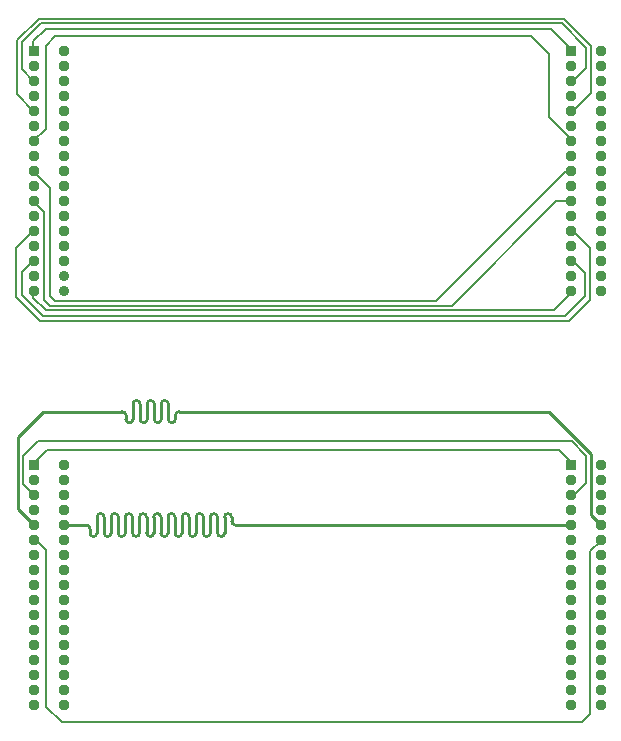
<source format=gbr>
%TF.GenerationSoftware,KiCad,Pcbnew,7.0.7*%
%TF.CreationDate,2023-09-14T17:34:38-04:00*%
%TF.ProjectId,Temps_South_DCT_HSK,54656d70-735f-4536-9f75-74685f444354,B*%
%TF.SameCoordinates,Original*%
%TF.FileFunction,Copper,L1,Top*%
%TF.FilePolarity,Positive*%
%FSLAX46Y46*%
G04 Gerber Fmt 4.6, Leading zero omitted, Abs format (unit mm)*
G04 Created by KiCad (PCBNEW 7.0.7) date 2023-09-14 17:34:38*
%MOMM*%
%LPD*%
G01*
G04 APERTURE LIST*
%TA.AperFunction,ComponentPad*%
%ADD10R,0.940800X0.940800*%
%TD*%
%TA.AperFunction,ComponentPad*%
%ADD11C,0.940800*%
%TD*%
%TA.AperFunction,ComponentPad*%
%ADD12C,0.890000*%
%TD*%
%TA.AperFunction,Conductor*%
%ADD13C,0.250000*%
%TD*%
%TA.AperFunction,Conductor*%
%ADD14C,0.200000*%
%TD*%
G04 APERTURE END LIST*
D10*
%TO.P,J2,1,Pin_1*%
%TO.N,/TD2_1*%
X104256840Y-89916000D03*
D11*
%TO.P,J2,2,Pin_2*%
%TO.N,/TD2_2*%
X106817160Y-89916000D03*
%TO.P,J2,3,Pin_3*%
%TO.N,unconnected-(J2-Pin_3-Pad3)*%
X104267000Y-91186000D03*
%TO.P,J2,4,Pin_4*%
%TO.N,unconnected-(J2-Pin_4-Pad4)*%
X106807000Y-91186000D03*
%TO.P,J2,5,Pin_5*%
%TO.N,/TD2_5*%
X104267000Y-92456000D03*
%TO.P,J2,6,Pin_6*%
%TO.N,/TD2_6*%
X106807000Y-92456000D03*
%TO.P,J2,7,Pin_7*%
%TO.N,unconnected-(J2-Pin_7-Pad7)*%
X104267000Y-93726000D03*
%TO.P,J2,8,Pin_8*%
%TO.N,unconnected-(J2-Pin_8-Pad8)*%
X106807000Y-93726000D03*
%TO.P,J2,9,Pin_9*%
%TO.N,/TD2_9*%
X104267000Y-94996000D03*
%TO.P,J2,10,Pin_10*%
%TO.N,/TD2_10*%
X106807000Y-94996000D03*
%TO.P,J2,11,Pin_11*%
%TO.N,/TD2_11*%
X104267000Y-96266000D03*
%TO.P,J2,12,Pin_12*%
%TO.N,unconnected-(J2-Pin_12-Pad12)*%
X106807000Y-96266000D03*
%TO.P,J2,13,Pin_13*%
%TO.N,unconnected-(J2-Pin_13-Pad13)*%
X104267000Y-97536000D03*
%TO.P,J2,14,Pin_14*%
%TO.N,unconnected-(J2-Pin_14-Pad14)*%
X106807000Y-97536000D03*
%TO.P,J2,15,Pin_15*%
%TO.N,unconnected-(J2-Pin_15-Pad15)*%
X104267000Y-98806000D03*
%TO.P,J2,16,Pin_16*%
%TO.N,unconnected-(J2-Pin_16-Pad16)*%
X106807000Y-98806000D03*
%TO.P,J2,17,Pin_17*%
%TO.N,unconnected-(J2-Pin_17-Pad17)*%
X104267000Y-100076000D03*
%TO.P,J2,18,Pin_18*%
%TO.N,unconnected-(J2-Pin_18-Pad18)*%
X106807000Y-100076000D03*
%TO.P,J2,19,Pin_19*%
%TO.N,unconnected-(J2-Pin_19-Pad19)*%
X104267000Y-101346000D03*
%TO.P,J2,20,Pin_20*%
%TO.N,unconnected-(J2-Pin_20-Pad20)*%
X106807000Y-101346000D03*
%TO.P,J2,21,Pin_21*%
%TO.N,unconnected-(J2-Pin_21-Pad21)*%
X104267000Y-102616000D03*
%TO.P,J2,22,Pin_22*%
%TO.N,unconnected-(J2-Pin_22-Pad22)*%
X106807000Y-102616000D03*
%TO.P,J2,23,Pin_23*%
%TO.N,unconnected-(J2-Pin_23-Pad23)*%
X104267000Y-103886000D03*
%TO.P,J2,24,Pin_24*%
%TO.N,unconnected-(J2-Pin_24-Pad24)*%
X106807000Y-103886000D03*
%TO.P,J2,25,Pin_25*%
%TO.N,unconnected-(J2-Pin_25-Pad25)*%
X104267000Y-105156000D03*
%TO.P,J2,26,Pin_26*%
%TO.N,unconnected-(J2-Pin_26-Pad26)*%
X106807000Y-105156000D03*
%TO.P,J2,27,Pin_27*%
%TO.N,unconnected-(J2-Pin_27-Pad27)*%
X104267000Y-106426000D03*
%TO.P,J2,28,Pin_28*%
%TO.N,unconnected-(J2-Pin_28-Pad28)*%
X106807000Y-106426000D03*
%TO.P,J2,29,Pin_29*%
%TO.N,unconnected-(J2-Pin_29-Pad29)*%
X104267000Y-107696000D03*
%TO.P,J2,30,Pin_30*%
%TO.N,unconnected-(J2-Pin_30-Pad30)*%
X106807000Y-107696000D03*
%TO.P,J2,31,Pin_31*%
%TO.N,unconnected-(J2-Pin_31-Pad31)*%
X104267000Y-108966000D03*
%TO.P,J2,32,Pin_32*%
%TO.N,unconnected-(J2-Pin_32-Pad32)*%
X106807000Y-108966000D03*
%TO.P,J2,33,Pin_33*%
%TO.N,unconnected-(J2-Pin_33-Pad33)*%
X104267000Y-110236000D03*
%TO.P,J2,34,Pin_34*%
%TO.N,unconnected-(J2-Pin_34-Pad34)*%
X106807000Y-110236000D03*
%TD*%
D10*
%TO.P,J3,1,Pin_1*%
%TO.N,/TD1_1+*%
X149722840Y-54838600D03*
D11*
%TO.P,J3,2,Pin_2*%
%TO.N,/TD1_1-*%
X152283160Y-54838600D03*
%TO.P,J3,3,Pin_3*%
%TO.N,unconnected-(J3-Pin_3-Pad3)*%
X149733000Y-56108600D03*
%TO.P,J3,4,Pin_4*%
%TO.N,unconnected-(J3-Pin_4-Pad4)*%
X152273000Y-56108600D03*
%TO.P,J3,5,Pin_5*%
%TO.N,/TD1_5*%
X149733000Y-57378600D03*
%TO.P,J3,6,Pin_6*%
%TO.N,/TD1_6*%
X152273000Y-57378600D03*
%TO.P,J3,7,Pin_7*%
%TO.N,unconnected-(J3-Pin_7-Pad7)*%
X149733000Y-58648600D03*
%TO.P,J3,8,Pin_8*%
%TO.N,unconnected-(J3-Pin_8-Pad8)*%
X152273000Y-58648600D03*
%TO.P,J3,9,Pin_9*%
%TO.N,/TD1_9*%
X149733000Y-59918600D03*
%TO.P,J3,10,Pin_10*%
%TO.N,/TD1_10*%
X152273000Y-59918600D03*
%TO.P,J3,11,Pin_11*%
%TO.N,unconnected-(J3-Pin_11-Pad11)*%
X149733000Y-61188600D03*
%TO.P,J3,12,Pin_12*%
%TO.N,unconnected-(J3-Pin_12-Pad12)*%
X152273000Y-61188600D03*
%TO.P,J3,13,Pin_13*%
%TO.N,/TD1_13*%
X149733000Y-62458600D03*
%TO.P,J3,14,Pin_14*%
%TO.N,/TD1_14*%
X152273000Y-62458600D03*
%TO.P,J3,15,Pin_15*%
%TO.N,unconnected-(J3-Pin_15-Pad15)*%
X149733000Y-63728600D03*
%TO.P,J3,16,Pin_16*%
%TO.N,unconnected-(J3-Pin_16-Pad16)*%
X152273000Y-63728600D03*
%TO.P,J3,17,Pin_17*%
%TO.N,/TD1_17*%
X149733000Y-64998600D03*
%TO.P,J3,18,Pin_18*%
%TO.N,/TD1_18*%
X152273000Y-64998600D03*
%TO.P,J3,19,Pin_19*%
%TO.N,unconnected-(J3-Pin_19-Pad19)*%
X149733000Y-66268600D03*
%TO.P,J3,20,Pin_20*%
%TO.N,unconnected-(J3-Pin_20-Pad20)*%
X152273000Y-66268600D03*
%TO.P,J3,21,Pin_21*%
%TO.N,/TD1_21*%
X149733000Y-67538600D03*
%TO.P,J3,22,Pin_22*%
%TO.N,/TD1_22*%
X152273000Y-67538600D03*
%TO.P,J3,23,Pin_23*%
%TO.N,unconnected-(J3-Pin_23-Pad23)*%
X149733000Y-68808600D03*
%TO.P,J3,24,Pin_24*%
%TO.N,unconnected-(J3-Pin_24-Pad24)*%
X152273000Y-68808600D03*
%TO.P,J3,25,Pin_25*%
%TO.N,/TD1_25*%
X149733000Y-70078600D03*
%TO.P,J3,26,Pin_26*%
%TO.N,/TD1_26*%
X152273000Y-70078600D03*
%TO.P,J3,27,Pin_27*%
%TO.N,unconnected-(J3-Pin_27-Pad27)*%
X149733000Y-71348600D03*
%TO.P,J3,28,Pin_28*%
%TO.N,unconnected-(J3-Pin_28-Pad28)*%
X152273000Y-71348600D03*
%TO.P,J3,29,Pin_29*%
%TO.N,/TD1_29*%
X149733000Y-72618600D03*
%TO.P,J3,30,Pin_30*%
%TO.N,/TD1_30*%
X152273000Y-72618600D03*
%TO.P,J3,31,Pin_31*%
%TO.N,unconnected-(J3-Pin_31-Pad31)*%
X149733000Y-73888600D03*
%TO.P,J3,32,Pin_32*%
%TO.N,unconnected-(J3-Pin_32-Pad32)*%
X152273000Y-73888600D03*
%TO.P,J3,33,Pin_33*%
%TO.N,/TD1_33*%
X149733000Y-75158600D03*
%TO.P,J3,34,Pin_34*%
%TO.N,/TD1_34*%
X152273000Y-75158600D03*
%TD*%
D10*
%TO.P,J4,1,Pin_1*%
%TO.N,/TD2_1*%
X149722840Y-89916000D03*
D11*
%TO.P,J4,2,Pin_2*%
%TO.N,/TD2_2*%
X152283160Y-89916000D03*
%TO.P,J4,3,Pin_3*%
%TO.N,unconnected-(J4-Pin_3-Pad3)*%
X149733000Y-91186000D03*
%TO.P,J4,4,Pin_4*%
%TO.N,unconnected-(J4-Pin_4-Pad4)*%
X152273000Y-91186000D03*
%TO.P,J4,5,Pin_5*%
%TO.N,/TD2_5*%
X149733000Y-92456000D03*
%TO.P,J4,6,Pin_6*%
%TO.N,/TD2_6*%
X152273000Y-92456000D03*
%TO.P,J4,7,Pin_7*%
%TO.N,unconnected-(J4-Pin_7-Pad7)*%
X149733000Y-93726000D03*
%TO.P,J4,8,Pin_8*%
%TO.N,unconnected-(J4-Pin_8-Pad8)*%
X152273000Y-93726000D03*
%TO.P,J4,9,Pin_9*%
%TO.N,/TD2_10*%
X149733000Y-94996000D03*
%TO.P,J4,10,Pin_10*%
%TO.N,/TD2_9*%
X152273000Y-94996000D03*
%TO.P,J4,11,Pin_11*%
%TO.N,unconnected-(J4-Pin_11-Pad11)*%
X149733000Y-96266000D03*
%TO.P,J4,12,Pin_12*%
%TO.N,/TD2_11*%
X152273000Y-96266000D03*
%TO.P,J4,13,Pin_13*%
%TO.N,unconnected-(J4-Pin_13-Pad13)*%
X149733000Y-97536000D03*
%TO.P,J4,14,Pin_14*%
%TO.N,unconnected-(J4-Pin_14-Pad14)*%
X152273000Y-97536000D03*
%TO.P,J4,15,Pin_15*%
%TO.N,unconnected-(J4-Pin_15-Pad15)*%
X149733000Y-98806000D03*
%TO.P,J4,16,Pin_16*%
%TO.N,unconnected-(J4-Pin_16-Pad16)*%
X152273000Y-98806000D03*
%TO.P,J4,17,Pin_17*%
%TO.N,unconnected-(J4-Pin_17-Pad17)*%
X149733000Y-100076000D03*
%TO.P,J4,18,Pin_18*%
%TO.N,unconnected-(J4-Pin_18-Pad18)*%
X152273000Y-100076000D03*
%TO.P,J4,19,Pin_19*%
%TO.N,unconnected-(J4-Pin_19-Pad19)*%
X149733000Y-101346000D03*
%TO.P,J4,20,Pin_20*%
%TO.N,unconnected-(J4-Pin_20-Pad20)*%
X152273000Y-101346000D03*
%TO.P,J4,21,Pin_21*%
%TO.N,unconnected-(J4-Pin_21-Pad21)*%
X149733000Y-102616000D03*
%TO.P,J4,22,Pin_22*%
%TO.N,unconnected-(J4-Pin_22-Pad22)*%
X152273000Y-102616000D03*
%TO.P,J4,23,Pin_23*%
%TO.N,unconnected-(J4-Pin_23-Pad23)*%
X149733000Y-103886000D03*
%TO.P,J4,24,Pin_24*%
%TO.N,unconnected-(J4-Pin_24-Pad24)*%
X152273000Y-103886000D03*
%TO.P,J4,25,Pin_25*%
%TO.N,unconnected-(J4-Pin_25-Pad25)*%
X149733000Y-105156000D03*
%TO.P,J4,26,Pin_26*%
%TO.N,unconnected-(J4-Pin_26-Pad26)*%
X152273000Y-105156000D03*
%TO.P,J4,27,Pin_27*%
%TO.N,unconnected-(J4-Pin_27-Pad27)*%
X149733000Y-106426000D03*
%TO.P,J4,28,Pin_28*%
%TO.N,unconnected-(J4-Pin_28-Pad28)*%
X152273000Y-106426000D03*
%TO.P,J4,29,Pin_29*%
%TO.N,unconnected-(J4-Pin_29-Pad29)*%
X149733000Y-107696000D03*
%TO.P,J4,30,Pin_30*%
%TO.N,unconnected-(J4-Pin_30-Pad30)*%
X152273000Y-107696000D03*
%TO.P,J4,31,Pin_31*%
%TO.N,unconnected-(J4-Pin_31-Pad31)*%
X149733000Y-108966000D03*
%TO.P,J4,32,Pin_32*%
%TO.N,unconnected-(J4-Pin_32-Pad32)*%
X152273000Y-108966000D03*
%TO.P,J4,33,Pin_33*%
%TO.N,unconnected-(J4-Pin_33-Pad33)*%
X149733000Y-110236000D03*
%TO.P,J4,34,Pin_34*%
%TO.N,unconnected-(J4-Pin_34-Pad34)*%
X152273000Y-110236000D03*
%TD*%
D10*
%TO.P,J1,1,Pin_1*%
%TO.N,/TD1_1+*%
X104241600Y-54838600D03*
D11*
%TO.P,J1,2,Pin_2*%
%TO.N,/TD1_1-*%
X106801920Y-54838600D03*
%TO.P,J1,3,Pin_3*%
%TO.N,unconnected-(J1-Pin_3-Pad3)*%
X104251760Y-56108600D03*
%TO.P,J1,4,Pin_4*%
%TO.N,unconnected-(J1-Pin_4-Pad4)*%
X106791760Y-56108600D03*
%TO.P,J1,5,Pin_5*%
%TO.N,/TD1_5*%
X104251760Y-57378600D03*
%TO.P,J1,6,Pin_6*%
%TO.N,/TD1_6*%
X106791760Y-57378600D03*
%TO.P,J1,7,Pin_7*%
%TO.N,unconnected-(J1-Pin_7-Pad7)*%
X104251760Y-58648600D03*
%TO.P,J1,8,Pin_8*%
%TO.N,unconnected-(J1-Pin_8-Pad8)*%
X106791760Y-58648600D03*
%TO.P,J1,9,Pin_9*%
%TO.N,/TD1_9*%
X104251760Y-59918600D03*
%TO.P,J1,10,Pin_10*%
%TO.N,/TD1_10*%
X106791760Y-59918600D03*
%TO.P,J1,11,Pin_11*%
%TO.N,unconnected-(J1-Pin_11-Pad11)*%
X104251760Y-61188600D03*
%TO.P,J1,12,Pin_12*%
%TO.N,unconnected-(J1-Pin_12-Pad12)*%
X106791760Y-61188600D03*
%TO.P,J1,13,Pin_13*%
%TO.N,/TD1_13*%
X104251760Y-62458600D03*
%TO.P,J1,14,Pin_14*%
%TO.N,/TD1_14*%
X106791760Y-62458600D03*
%TO.P,J1,15,Pin_15*%
%TO.N,unconnected-(J1-Pin_15-Pad15)*%
X104251760Y-63728600D03*
%TO.P,J1,16,Pin_16*%
%TO.N,unconnected-(J1-Pin_16-Pad16)*%
X106791760Y-63728600D03*
%TO.P,J1,17,Pin_17*%
%TO.N,/TD1_17*%
X104251760Y-64998600D03*
%TO.P,J1,18,Pin_18*%
%TO.N,/TD1_18*%
X106791760Y-64998600D03*
%TO.P,J1,19,Pin_19*%
%TO.N,unconnected-(J1-Pin_19-Pad19)*%
X104251760Y-66268600D03*
%TO.P,J1,20,Pin_20*%
%TO.N,unconnected-(J1-Pin_20-Pad20)*%
X106791760Y-66268600D03*
%TO.P,J1,21,Pin_21*%
%TO.N,/TD1_21*%
X104251760Y-67538600D03*
%TO.P,J1,22,Pin_22*%
%TO.N,/TD1_22*%
X106791760Y-67538600D03*
%TO.P,J1,23,Pin_23*%
%TO.N,unconnected-(J1-Pin_23-Pad23)*%
X104251760Y-68808600D03*
%TO.P,J1,24,Pin_24*%
%TO.N,unconnected-(J1-Pin_24-Pad24)*%
X106791760Y-68808600D03*
%TO.P,J1,25,Pin_25*%
%TO.N,/TD1_25*%
X104251760Y-70078600D03*
%TO.P,J1,26,Pin_26*%
%TO.N,/TD1_26*%
X106791760Y-70078600D03*
%TO.P,J1,27,Pin_27*%
%TO.N,unconnected-(J1-Pin_27-Pad27)*%
X104251760Y-71348600D03*
%TO.P,J1,28,Pin_28*%
%TO.N,unconnected-(J1-Pin_28-Pad28)*%
X106791760Y-71348600D03*
%TO.P,J1,29,Pin_29*%
%TO.N,/TD1_29*%
X104251760Y-72618600D03*
%TO.P,J1,30,Pin_30*%
%TO.N,/TD1_30*%
X106791760Y-72618600D03*
%TO.P,J1,31,Pin_31*%
%TO.N,unconnected-(J1-Pin_31-Pad31)*%
X104251760Y-73888600D03*
D12*
%TO.P,J1,32,Pin_32*%
%TO.N,unconnected-(J1-Pin_32-Pad32)*%
X106791760Y-73888600D03*
D11*
%TO.P,J1,33,Pin_33*%
%TO.N,/TD1_33*%
X104251760Y-75158600D03*
D12*
%TO.P,J1,34,Pin_34*%
%TO.N,/TD1_34*%
X106791760Y-75158600D03*
%TD*%
D13*
%TO.N,/TD2_9*%
X114434600Y-85394800D02*
X114434600Y-86044926D01*
X113834600Y-85394800D02*
X113834600Y-84744651D01*
X113234600Y-85394800D02*
X113234600Y-86044926D01*
X113234600Y-84744651D02*
X113234600Y-85394800D01*
X112934600Y-84444700D02*
G75*
G03*
X112634600Y-84744651I0J-300000D01*
G01*
X112034600Y-85694800D02*
X112034600Y-86044949D01*
X114434600Y-84744651D02*
X114434600Y-85394800D01*
X147876600Y-85394800D02*
X151455280Y-88973480D01*
X105003600Y-85394800D02*
X111734600Y-85394800D01*
X102870000Y-93599000D02*
X102870000Y-87528400D01*
X113834600Y-86044926D02*
X113834600Y-85394800D01*
X115634551Y-86044949D02*
G75*
G03*
X115934600Y-86344949I300049J49D01*
G01*
X112634600Y-86044949D02*
X112634600Y-85694800D01*
X116534600Y-85394800D02*
G75*
G03*
X116234600Y-85694800I0J-300000D01*
G01*
X116534600Y-85394800D02*
X117630580Y-85394800D01*
X115934600Y-86344900D02*
G75*
G03*
X116234600Y-86044949I0J300000D01*
G01*
X115034600Y-86044926D02*
X115034600Y-85394800D01*
X115634600Y-85394800D02*
X115634600Y-86044949D01*
X112034600Y-85694800D02*
G75*
G03*
X111734600Y-85394800I-300000J0D01*
G01*
X117630580Y-85394800D02*
X147876600Y-85394800D01*
X114134600Y-84444700D02*
G75*
G03*
X113834600Y-84744651I0J-300000D01*
G01*
X102870000Y-87528400D02*
X105003600Y-85394800D01*
X115034600Y-85394800D02*
X115034600Y-84744674D01*
X112034551Y-86044949D02*
G75*
G03*
X112334600Y-86344949I300049J49D01*
G01*
X115634626Y-84744674D02*
G75*
G03*
X115334600Y-84444674I-300026J-26D01*
G01*
X114434649Y-84744651D02*
G75*
G03*
X114134600Y-84444651I-300049J-49D01*
G01*
X112334600Y-86344900D02*
G75*
G03*
X112634600Y-86044949I0J300000D01*
G01*
X114434574Y-86044926D02*
G75*
G03*
X114734600Y-86344926I300026J26D01*
G01*
X112634600Y-85694800D02*
X112634600Y-84744651D01*
X116234600Y-86044949D02*
X116234600Y-85694800D01*
X104267000Y-94996000D02*
X102870000Y-93599000D01*
X113534600Y-86344900D02*
G75*
G03*
X113834600Y-86044926I0J300000D01*
G01*
X113234574Y-86044926D02*
G75*
G03*
X113534600Y-86344926I300026J26D01*
G01*
X113234649Y-84744651D02*
G75*
G03*
X112934600Y-84444651I-300049J-49D01*
G01*
X114734600Y-86344900D02*
G75*
G03*
X115034600Y-86044926I0J300000D01*
G01*
X115334600Y-84444700D02*
G75*
G03*
X115034600Y-84744674I0J-300000D01*
G01*
X115634600Y-84744674D02*
X115634600Y-85394800D01*
X151455280Y-88973480D02*
X151455280Y-94178280D01*
X151455280Y-94178280D02*
X152273000Y-94996000D01*
%TO.N,/TD2_10*%
X113186600Y-94996000D02*
X113186600Y-94318947D01*
X110186553Y-94318947D02*
G75*
G03*
X109886600Y-94018947I-299953J47D01*
G01*
X113186600Y-95673053D02*
X113186600Y-94996000D01*
X112586600Y-94996000D02*
X112586600Y-95673053D01*
X111986600Y-94996000D02*
X111986600Y-94318947D01*
X113786600Y-94318947D02*
X113786600Y-94996000D01*
X111386600Y-94318947D02*
X111386600Y-94996000D01*
X114986647Y-95673053D02*
G75*
G03*
X115286600Y-95973053I299953J-47D01*
G01*
X110186600Y-94996000D02*
X110186600Y-95673053D01*
X116786600Y-95673053D02*
X116786600Y-94996000D01*
X109586600Y-95673065D02*
X109586600Y-95296000D01*
X113486600Y-94018900D02*
G75*
G03*
X113186600Y-94318947I0J-300000D01*
G01*
X106807000Y-94996000D02*
X108686600Y-94996000D01*
X120386600Y-95673050D02*
X120386600Y-94996000D01*
X120986553Y-94318947D02*
G75*
G03*
X120686600Y-94018947I-299953J47D01*
G01*
X119786550Y-95673050D02*
G75*
G03*
X120086600Y-95973050I300050J50D01*
G01*
X118886600Y-95973100D02*
G75*
G03*
X119186600Y-95673053I0J300000D01*
G01*
X120086600Y-95973000D02*
G75*
G03*
X120386600Y-95673050I0J300000D01*
G01*
X114986600Y-94996000D02*
X114986600Y-95673053D01*
X118586647Y-95673053D02*
G75*
G03*
X118886600Y-95973053I299953J-47D01*
G01*
X110786600Y-95673053D02*
X110786600Y-94996000D01*
X110786600Y-94996000D02*
X110786600Y-94318947D01*
X110186600Y-94318947D02*
X110186600Y-94996000D01*
X108986600Y-95296000D02*
X108986600Y-95673065D01*
X112586647Y-95673053D02*
G75*
G03*
X112886600Y-95973053I299953J-47D01*
G01*
X118586553Y-94318947D02*
G75*
G03*
X118286600Y-94018947I-299953J47D01*
G01*
X112586600Y-94318947D02*
X112586600Y-94996000D01*
X118286600Y-94018900D02*
G75*
G03*
X117986600Y-94318947I0J-300000D01*
G01*
X109586600Y-95296000D02*
X109586600Y-94318947D01*
X112286600Y-94018900D02*
G75*
G03*
X111986600Y-94318947I0J-300000D01*
G01*
X111086600Y-94018900D02*
G75*
G03*
X110786600Y-94318947I0J-300000D01*
G01*
X114686600Y-94018900D02*
G75*
G03*
X114386600Y-94318947I0J-300000D01*
G01*
X119786553Y-94318947D02*
G75*
G03*
X119486600Y-94018947I-299953J47D01*
G01*
X111386647Y-95673053D02*
G75*
G03*
X111686600Y-95973053I299953J-47D01*
G01*
X110186647Y-95673053D02*
G75*
G03*
X110486600Y-95973053I299953J-47D01*
G01*
X111986600Y-95673053D02*
X111986600Y-94996000D01*
X114386600Y-94996000D02*
X114386600Y-94318947D01*
X110486600Y-95973100D02*
G75*
G03*
X110786600Y-95673053I0J300000D01*
G01*
X113786553Y-94318947D02*
G75*
G03*
X113486600Y-94018947I-299953J47D01*
G01*
X115586600Y-95673053D02*
X115586600Y-94996000D01*
X111686600Y-95973100D02*
G75*
G03*
X111986600Y-95673053I0J300000D01*
G01*
X115886600Y-94018900D02*
G75*
G03*
X115586600Y-94318947I0J-300000D01*
G01*
X113786647Y-95673053D02*
G75*
G03*
X114086600Y-95973053I299953J-47D01*
G01*
X119486600Y-94018900D02*
G75*
G03*
X119186600Y-94318947I0J-300000D01*
G01*
X120686600Y-94018900D02*
G75*
G03*
X120386600Y-94318947I0J-300000D01*
G01*
X111386553Y-94318947D02*
G75*
G03*
X111086600Y-94018947I-299953J47D01*
G01*
X109886600Y-94018900D02*
G75*
G03*
X109586600Y-94318947I0J-300000D01*
G01*
X114086600Y-95973100D02*
G75*
G03*
X114386600Y-95673053I0J300000D01*
G01*
X109286600Y-95973100D02*
G75*
G03*
X109586600Y-95673065I0J300000D01*
G01*
X112586553Y-94318947D02*
G75*
G03*
X112286600Y-94018947I-299953J47D01*
G01*
X108986635Y-95673065D02*
G75*
G03*
X109286600Y-95973065I299965J-35D01*
G01*
X117086600Y-94018900D02*
G75*
G03*
X116786600Y-94318947I0J-300000D01*
G01*
X108986600Y-95296000D02*
G75*
G03*
X108686600Y-94996000I-300000J0D01*
G01*
X112886600Y-95973100D02*
G75*
G03*
X113186600Y-95673053I0J300000D01*
G01*
X111386600Y-94996000D02*
X111386600Y-95673053D01*
X114986553Y-94318947D02*
G75*
G03*
X114686600Y-94018947I-299953J47D01*
G01*
X116186600Y-94318947D02*
X116186600Y-94996000D01*
X117386647Y-95673053D02*
G75*
G03*
X117686600Y-95973053I299953J-47D01*
G01*
X121286600Y-94996000D02*
X125375922Y-94996000D01*
X116186647Y-95673053D02*
G75*
G03*
X116486600Y-95973053I299953J-47D01*
G01*
X120986600Y-94696000D02*
G75*
G03*
X121286600Y-94996000I300000J0D01*
G01*
X116186553Y-94318947D02*
G75*
G03*
X115886600Y-94018947I-299953J47D01*
G01*
X117386553Y-94318947D02*
G75*
G03*
X117086600Y-94018947I-299953J47D01*
G01*
X117686600Y-95973100D02*
G75*
G03*
X117986600Y-95673053I0J300000D01*
G01*
X115286600Y-95973100D02*
G75*
G03*
X115586600Y-95673053I0J300000D01*
G01*
X116486600Y-95973100D02*
G75*
G03*
X116786600Y-95673053I0J300000D01*
G01*
X113786600Y-94996000D02*
X113786600Y-95673053D01*
X114386600Y-95673053D02*
X114386600Y-94996000D01*
X114986600Y-94318947D02*
X114986600Y-94996000D01*
X115586600Y-94996000D02*
X115586600Y-94318947D01*
X119186600Y-94996000D02*
X119186600Y-94318947D01*
X116186600Y-94996000D02*
X116186600Y-95673053D01*
X116786600Y-94996000D02*
X116786600Y-94318947D01*
X117386600Y-94318947D02*
X117386600Y-94996000D01*
X117386600Y-94996000D02*
X117386600Y-95673053D01*
X117986600Y-95673053D02*
X117986600Y-94996000D01*
X117986600Y-94996000D02*
X117986600Y-94318947D01*
X120386600Y-94996000D02*
X120386600Y-94318947D01*
X118586600Y-94318947D02*
X118586600Y-94996000D01*
X120986600Y-94318947D02*
X120986600Y-94696000D01*
X118586600Y-94996000D02*
X118586600Y-95673053D01*
X119186600Y-95673053D02*
X119186600Y-94996000D01*
X119786600Y-94318947D02*
X119786600Y-94996000D01*
X119786600Y-94996000D02*
X119786600Y-95673050D01*
X125375922Y-94996000D02*
X149733000Y-94996000D01*
D14*
%TO.N,/TD2_11*%
X152514200Y-96308600D02*
X152230400Y-96308600D01*
X152230400Y-96308600D02*
X151311600Y-97227400D01*
X105308400Y-110385400D02*
X105308400Y-97078800D01*
X151311600Y-97227400D02*
X151311600Y-110988600D01*
X151311600Y-110988600D02*
X150611600Y-111688600D01*
X150611600Y-111688600D02*
X106611600Y-111688600D01*
X106611600Y-111688600D02*
X105308400Y-110385400D01*
X105308400Y-97078800D02*
X104538200Y-96308600D01*
X104538200Y-96308600D02*
X104258800Y-96308600D01*
%TO.N,/TD1_5*%
X103230000Y-56400800D02*
X103230000Y-54119400D01*
X148931400Y-52520800D02*
X151030000Y-54619400D01*
X103230000Y-54119400D02*
X104828600Y-52520800D01*
X104202600Y-57373400D02*
X103230000Y-56400800D01*
X104828600Y-52520800D02*
X148931400Y-52520800D01*
X151030000Y-56291400D02*
X149897200Y-57424200D01*
X151030000Y-54619400D02*
X151030000Y-56291400D01*
%TO.N,/TD1_9*%
X151430000Y-58431400D02*
X149897200Y-59964200D01*
X104662914Y-52120800D02*
X149097085Y-52120800D01*
X102830000Y-58540800D02*
X102830000Y-53953714D01*
X151430000Y-54453715D02*
X151430000Y-58431400D01*
X102830000Y-53953714D02*
X104662914Y-52120800D01*
X149097085Y-52120800D02*
X151430000Y-54453715D01*
X104202600Y-59913400D02*
X102830000Y-58540800D01*
%TO.N,/TD1_13*%
X106030000Y-53619400D02*
X146330000Y-53619400D01*
X105230000Y-54419400D02*
X106030000Y-53619400D01*
X146330000Y-53619400D02*
X147830000Y-55119400D01*
X104202600Y-62453400D02*
X105230000Y-61426000D01*
X147830000Y-60437000D02*
X149897200Y-62504200D01*
X105230000Y-61426000D02*
X105230000Y-54419400D01*
X147830000Y-55119400D02*
X147830000Y-60437000D01*
%TO.N,/TD1_17*%
X149255600Y-65044200D02*
X149897200Y-65044200D01*
X105630000Y-75619400D02*
X106030000Y-76019400D01*
X104202600Y-64993400D02*
X105630000Y-66420800D01*
X106030000Y-76019400D02*
X138280400Y-76019400D01*
X138280400Y-76019400D02*
X149255600Y-65044200D01*
X105630000Y-66420800D02*
X105630000Y-75619400D01*
%TO.N,/TD1_21*%
X105130000Y-68460800D02*
X105130000Y-75919400D01*
X105130000Y-75919400D02*
X105630000Y-76419400D01*
X139630000Y-76419400D02*
X148465200Y-67584200D01*
X105630000Y-76419400D02*
X139630000Y-76419400D01*
X104202600Y-67533400D02*
X105130000Y-68460800D01*
X148465200Y-67584200D02*
X149897200Y-67584200D01*
%TO.N,/TD1_25*%
X151333200Y-71560200D02*
X149897200Y-70124200D01*
X104730000Y-77719400D02*
X149530000Y-77719400D01*
X149530000Y-77719400D02*
X151333200Y-75916200D01*
X102730000Y-75719400D02*
X104730000Y-77719400D01*
X151333200Y-75916200D02*
X151333200Y-71560200D01*
X104202600Y-70073400D02*
X102730000Y-71546000D01*
X102730000Y-71546000D02*
X102730000Y-75719400D01*
%TO.N,/TD1_29*%
X105030000Y-77319400D02*
X149230000Y-77319400D01*
X149230000Y-77319400D02*
X150930000Y-75619400D01*
X104202600Y-72613400D02*
X103230000Y-73586000D01*
X103230000Y-73586000D02*
X103230000Y-75519400D01*
X150930000Y-75619400D02*
X150930000Y-73697000D01*
X150930000Y-73697000D02*
X149897200Y-72664200D01*
X103230000Y-75519400D02*
X105030000Y-77319400D01*
%TO.N,/TD1_33*%
X105230000Y-76819400D02*
X148282000Y-76819400D01*
X104202600Y-75153400D02*
X104202600Y-75792000D01*
X148282000Y-76819400D02*
X149897200Y-75204200D01*
X104202600Y-75792000D02*
X105230000Y-76819400D01*
%TO.N,/TD2_1*%
X105359200Y-88620600D02*
X148683800Y-88620600D01*
X148683800Y-88620600D02*
X149982720Y-89919520D01*
X149982720Y-89919520D02*
X149853283Y-90048957D01*
X104267320Y-89712480D02*
X105359200Y-88620600D01*
X104267320Y-89919520D02*
X104267320Y-89712480D01*
%TO.N,/TD2_5*%
X104554764Y-87888964D02*
X149769724Y-87888964D01*
X104277480Y-92459520D02*
X103330280Y-91512320D01*
X104554764Y-87901036D02*
X104554764Y-87888964D01*
X103330280Y-89125520D02*
X104554764Y-87901036D01*
X149769724Y-87888964D02*
X151030280Y-89149520D01*
X151030280Y-89149520D02*
X151030280Y-91422120D01*
X103330280Y-91512320D02*
X103330280Y-89125520D01*
X151030280Y-91422120D02*
X149992880Y-92459520D01*
%TO.N,/TD1_1+*%
X104192440Y-54833400D02*
X104192440Y-54056960D01*
X104192440Y-54056960D02*
X105239600Y-53009800D01*
X148012640Y-53009800D02*
X149887040Y-54884200D01*
X105239600Y-53009800D02*
X148012640Y-53009800D01*
%TD*%
M02*

</source>
